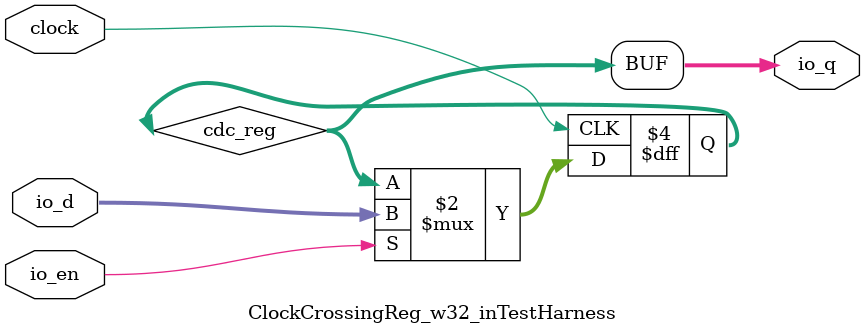
<source format=v>
module ClockCrossingReg_w32_inTestHarness(
  input         clock,
  input  [31:0] io_d,
  output [31:0] io_q,
  input         io_en
);
`ifdef RANDOMIZE_REG_INIT
  reg [31:0] _RAND_0;
`endif 
  reg [31:0] cdc_reg; 
  assign io_q = cdc_reg; 
  always @(posedge clock) begin
    if (io_en) begin 
      cdc_reg <= io_d; 
    end
  end
`ifdef RANDOMIZE_GARBAGE_ASSIGN
`define RANDOMIZE
`endif
`ifdef RANDOMIZE_INVALID_ASSIGN
`define RANDOMIZE
`endif
`ifdef RANDOMIZE_REG_INIT
`define RANDOMIZE
`endif
`ifdef RANDOMIZE_MEM_INIT
`define RANDOMIZE
`endif
`ifndef RANDOM
`define RANDOM $random
`endif
`ifdef RANDOMIZE_MEM_INIT
  integer initvar;
`endif
`ifndef SYNTHESIS
`ifdef FIRRTL_BEFORE_INITIAL
`FIRRTL_BEFORE_INITIAL
`endif
initial begin
  `ifdef RANDOMIZE
    `ifdef INIT_RANDOM
      `INIT_RANDOM
    `endif
    `ifndef VERILATOR
      `ifdef RANDOMIZE_DELAY
        #`RANDOMIZE_DELAY begin end
      `else
        #0.002 begin end
      `endif
    `endif
`ifdef RANDOMIZE_REG_INIT
  _RAND_0 = {1{`RANDOM}};
  cdc_reg = _RAND_0[31:0];
`endif 
  `endif 
end 
`ifdef FIRRTL_AFTER_INITIAL
`FIRRTL_AFTER_INITIAL
`endif
`endif 
endmodule
</source>
